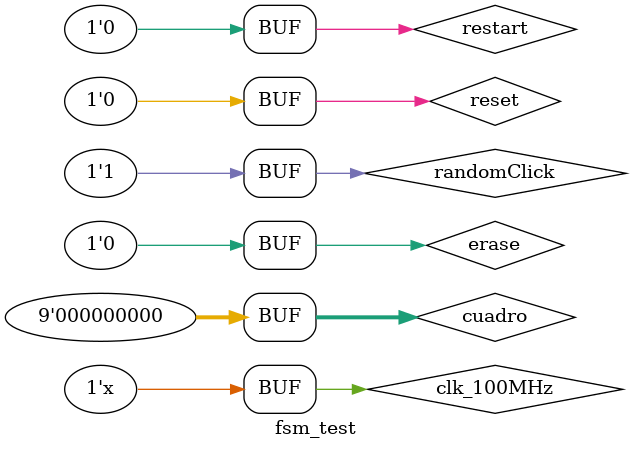
<source format=v>
`timescale 1ns / 1ps


module fsm_test;

	// Inputs
	reg clk_100MHz=0;
	reg reset;
	reg [8:0] cuadro;
	reg erase;
	reg restart;
	reg randomClick;

	// Outputs
	wire [8:0] x;
	wire [8:0] o;
	wire resetScore;
	wire inc_x_score;
	wire inc_o_score;
	wire displayStartPlaying;
	wire displayGanadorX;
	wire displayGanadorO;
	wire displayEmpate;
	wire turnoX;
   wire [3:0]state;
	// Instantiate the Unit Under Test (UUT)
	FinitStateMachine uut (
		.clk_100MHz(clk_100MHz), 
		.reset(reset), 
		.cuadro(cuadro), 
		.erase(erase), 
		.restart(restart),
		.randomClick(randomClick),		
		.x(x), 
		.o(o), 
		.resetScore(resetScore), 
		.inc_x_score(inc_x_score), 
		.inc_o_score(inc_o_score), 
		.displayStartPlaying(displayStartPlaying), 
		.displayGanadorX(displayGanadorX), 
		.displayGanadorO(displayGanadorO), 
		.displayEmpate(displayEmpate),
		.turnoX(turnoX),
		.state(state)
	);
	always #5 clk_100MHz=~clk_100MHz ;
	initial begin
		// Initialize Inputs
		
		reset = 0;
		cuadro = 0;
		erase = 0;
		restart = 0;
		randomClick=0;

		// Wait 100 ns for global reset to finish
		#100;
        
		// Add stimulus here
		
		cuadro[0]=1; //marca x en cuadro 0
		#1000;
		cuadro[0]=0;
		#100;
		
		cuadro[3]=1; //marca 0 en cuadro 3
		#1000;
		cuadro[3]=0;
		#100;
		
		cuadro[1]=1; //marca x en cuadro 1
		#1000;
		cuadro[1]=0;
		#100;
		
		cuadro[8]=1; //marca o en cuadro 8
		#1000;
		cuadro[8]=0;
		#100;
		
		cuadro[2]=1; //marca x en cuadro 2
		#1000;
		cuadro[2]=0;
		#100;
		
		randomClick=1;

	end
      
endmodule


</source>
